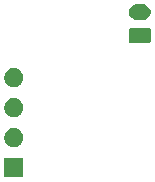
<source format=gbs>
G04 #@! TF.GenerationSoftware,KiCad,Pcbnew,5.1.2-f72e74a~84~ubuntu18.10.1*
G04 #@! TF.CreationDate,2019-07-18T21:48:07+02:00*
G04 #@! TF.ProjectId,esp12-dht22,65737031-322d-4646-9874-32322e6b6963,rev?*
G04 #@! TF.SameCoordinates,PX4129270PY6f2f610*
G04 #@! TF.FileFunction,Soldermask,Bot*
G04 #@! TF.FilePolarity,Negative*
%FSLAX46Y46*%
G04 Gerber Fmt 4.6, Leading zero omitted, Abs format (unit mm)*
G04 Created by KiCad (PCBNEW 5.1.2-f72e74a~84~ubuntu18.10.1) date 2019-07-18 21:48:07*
%MOMM*%
%LPD*%
G04 APERTURE LIST*
%ADD10C,0.100000*%
G04 APERTURE END LIST*
D10*
G36*
X29503000Y1993000D02*
G01*
X27901000Y1993000D01*
X27901000Y3595000D01*
X29503000Y3595000D01*
X29503000Y1993000D01*
X29503000Y1993000D01*
G37*
G36*
X28935642Y6104219D02*
G01*
X29081414Y6043838D01*
X29081416Y6043837D01*
X29212608Y5956178D01*
X29324178Y5844608D01*
X29411837Y5713416D01*
X29411838Y5713414D01*
X29472219Y5567642D01*
X29503000Y5412893D01*
X29503000Y5255107D01*
X29472219Y5100358D01*
X29411838Y4954586D01*
X29411837Y4954584D01*
X29324178Y4823392D01*
X29212608Y4711822D01*
X29081416Y4624163D01*
X29081415Y4624162D01*
X29081414Y4624162D01*
X28935642Y4563781D01*
X28780893Y4533000D01*
X28623107Y4533000D01*
X28468358Y4563781D01*
X28322586Y4624162D01*
X28322585Y4624162D01*
X28322584Y4624163D01*
X28191392Y4711822D01*
X28079822Y4823392D01*
X27992163Y4954584D01*
X27992162Y4954586D01*
X27931781Y5100358D01*
X27901000Y5255107D01*
X27901000Y5412893D01*
X27931781Y5567642D01*
X27992162Y5713414D01*
X27992163Y5713416D01*
X28079822Y5844608D01*
X28191392Y5956178D01*
X28322584Y6043837D01*
X28322586Y6043838D01*
X28468358Y6104219D01*
X28623107Y6135000D01*
X28780893Y6135000D01*
X28935642Y6104219D01*
X28935642Y6104219D01*
G37*
G36*
X28935642Y8644219D02*
G01*
X29081414Y8583838D01*
X29081416Y8583837D01*
X29212608Y8496178D01*
X29324178Y8384608D01*
X29411837Y8253416D01*
X29411838Y8253414D01*
X29472219Y8107642D01*
X29503000Y7952893D01*
X29503000Y7795107D01*
X29472219Y7640358D01*
X29411838Y7494586D01*
X29411837Y7494584D01*
X29324178Y7363392D01*
X29212608Y7251822D01*
X29081416Y7164163D01*
X29081415Y7164162D01*
X29081414Y7164162D01*
X28935642Y7103781D01*
X28780893Y7073000D01*
X28623107Y7073000D01*
X28468358Y7103781D01*
X28322586Y7164162D01*
X28322585Y7164162D01*
X28322584Y7164163D01*
X28191392Y7251822D01*
X28079822Y7363392D01*
X27992163Y7494584D01*
X27992162Y7494586D01*
X27931781Y7640358D01*
X27901000Y7795107D01*
X27901000Y7952893D01*
X27931781Y8107642D01*
X27992162Y8253414D01*
X27992163Y8253416D01*
X28079822Y8384608D01*
X28191392Y8496178D01*
X28322584Y8583837D01*
X28322586Y8583838D01*
X28468358Y8644219D01*
X28623107Y8675000D01*
X28780893Y8675000D01*
X28935642Y8644219D01*
X28935642Y8644219D01*
G37*
G36*
X28935642Y11184219D02*
G01*
X29081414Y11123838D01*
X29081416Y11123837D01*
X29212608Y11036178D01*
X29324178Y10924608D01*
X29411837Y10793416D01*
X29411838Y10793414D01*
X29472219Y10647642D01*
X29503000Y10492893D01*
X29503000Y10335107D01*
X29472219Y10180358D01*
X29411838Y10034586D01*
X29411837Y10034584D01*
X29324178Y9903392D01*
X29212608Y9791822D01*
X29081416Y9704163D01*
X29081415Y9704162D01*
X29081414Y9704162D01*
X28935642Y9643781D01*
X28780893Y9613000D01*
X28623107Y9613000D01*
X28468358Y9643781D01*
X28322586Y9704162D01*
X28322585Y9704162D01*
X28322584Y9704163D01*
X28191392Y9791822D01*
X28079822Y9903392D01*
X27992163Y10034584D01*
X27992162Y10034586D01*
X27931781Y10180358D01*
X27901000Y10335107D01*
X27901000Y10492893D01*
X27931781Y10647642D01*
X27992162Y10793414D01*
X27992163Y10793416D01*
X28079822Y10924608D01*
X28191392Y11036178D01*
X28322584Y11123837D01*
X28322586Y11123838D01*
X28468358Y11184219D01*
X28623107Y11215000D01*
X28780893Y11215000D01*
X28935642Y11184219D01*
X28935642Y11184219D01*
G37*
G36*
X40136242Y14616596D02*
G01*
X40173337Y14605343D01*
X40207515Y14587075D01*
X40237481Y14562481D01*
X40262075Y14532515D01*
X40280343Y14498337D01*
X40291596Y14461242D01*
X40296000Y14416526D01*
X40296000Y13523474D01*
X40291596Y13478758D01*
X40280343Y13441663D01*
X40262075Y13407485D01*
X40237481Y13377519D01*
X40207515Y13352925D01*
X40173337Y13334657D01*
X40136242Y13323404D01*
X40091526Y13319000D01*
X38648474Y13319000D01*
X38603758Y13323404D01*
X38566663Y13334657D01*
X38532485Y13352925D01*
X38502519Y13377519D01*
X38477925Y13407485D01*
X38459657Y13441663D01*
X38448404Y13478758D01*
X38444000Y13523474D01*
X38444000Y14416526D01*
X38448404Y14461242D01*
X38459657Y14498337D01*
X38477925Y14532515D01*
X38502519Y14562481D01*
X38532485Y14587075D01*
X38566663Y14605343D01*
X38603758Y14616596D01*
X38648474Y14621000D01*
X40091526Y14621000D01*
X40136242Y14616596D01*
X40136242Y14616596D01*
G37*
G36*
X39708855Y16617860D02*
G01*
X39772618Y16611580D01*
X39863404Y16584040D01*
X39895336Y16574354D01*
X40008425Y16513906D01*
X40107554Y16432554D01*
X40188906Y16333425D01*
X40249354Y16220336D01*
X40249355Y16220332D01*
X40286580Y16097618D01*
X40299149Y15970000D01*
X40286580Y15842382D01*
X40259040Y15751596D01*
X40249354Y15719664D01*
X40188906Y15606575D01*
X40107554Y15507446D01*
X40008425Y15426094D01*
X39895336Y15365646D01*
X39863404Y15355960D01*
X39772618Y15328420D01*
X39708855Y15322140D01*
X39676974Y15319000D01*
X39063026Y15319000D01*
X39031145Y15322140D01*
X38967382Y15328420D01*
X38876596Y15355960D01*
X38844664Y15365646D01*
X38731575Y15426094D01*
X38632446Y15507446D01*
X38551094Y15606575D01*
X38490646Y15719664D01*
X38480960Y15751596D01*
X38453420Y15842382D01*
X38440851Y15970000D01*
X38453420Y16097618D01*
X38490645Y16220332D01*
X38490646Y16220336D01*
X38551094Y16333425D01*
X38632446Y16432554D01*
X38731575Y16513906D01*
X38844664Y16574354D01*
X38876596Y16584040D01*
X38967382Y16611580D01*
X39031145Y16617860D01*
X39063026Y16621000D01*
X39676974Y16621000D01*
X39708855Y16617860D01*
X39708855Y16617860D01*
G37*
M02*

</source>
